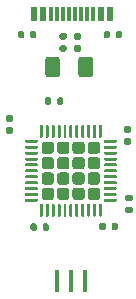
<source format=gtp>
%TF.GenerationSoftware,KiCad,Pcbnew,5.1.9*%
%TF.CreationDate,2021-03-01T07:28:27+02:00*%
%TF.ProjectId,beater-c,62656174-6572-42d6-932e-6b696361645f,rev?*%
%TF.SameCoordinates,Original*%
%TF.FileFunction,Paste,Top*%
%TF.FilePolarity,Positive*%
%FSLAX46Y46*%
G04 Gerber Fmt 4.6, Leading zero omitted, Abs format (unit mm)*
G04 Created by KiCad (PCBNEW 5.1.9) date 2021-03-01 07:28:27*
%MOMM*%
%LPD*%
G01*
G04 APERTURE LIST*
%ADD10R,0.400000X1.900000*%
%ADD11R,0.600000X1.150000*%
%ADD12R,0.300000X1.150000*%
G04 APERTURE END LIST*
%TO.C,F1*%
G36*
G01*
X225159000Y-103851000D02*
X225159000Y-102601000D01*
G75*
G02*
X225409000Y-102351000I250000J0D01*
G01*
X226159000Y-102351000D01*
G75*
G02*
X226409000Y-102601000I0J-250000D01*
G01*
X226409000Y-103851000D01*
G75*
G02*
X226159000Y-104101000I-250000J0D01*
G01*
X225409000Y-104101000D01*
G75*
G02*
X225159000Y-103851000I0J250000D01*
G01*
G37*
G36*
G01*
X222359000Y-103851000D02*
X222359000Y-102601000D01*
G75*
G02*
X222609000Y-102351000I250000J0D01*
G01*
X223359000Y-102351000D01*
G75*
G02*
X223609000Y-102601000I0J-250000D01*
G01*
X223609000Y-103851000D01*
G75*
G02*
X223359000Y-104101000I-250000J0D01*
G01*
X222609000Y-104101000D01*
G75*
G02*
X222359000Y-103851000I0J250000D01*
G01*
G37*
%TD*%
%TO.C,U2*%
G36*
G01*
X222310999Y-113439000D02*
X222861001Y-113439000D01*
G75*
G02*
X223111000Y-113688999I0J-249999D01*
G01*
X223111000Y-114239001D01*
G75*
G02*
X222861001Y-114489000I-249999J0D01*
G01*
X222310999Y-114489000D01*
G75*
G02*
X222061000Y-114239001I0J249999D01*
G01*
X222061000Y-113688999D01*
G75*
G02*
X222310999Y-113439000I249999J0D01*
G01*
G37*
G36*
G01*
X223610999Y-113439000D02*
X224161001Y-113439000D01*
G75*
G02*
X224411000Y-113688999I0J-249999D01*
G01*
X224411000Y-114239001D01*
G75*
G02*
X224161001Y-114489000I-249999J0D01*
G01*
X223610999Y-114489000D01*
G75*
G02*
X223361000Y-114239001I0J249999D01*
G01*
X223361000Y-113688999D01*
G75*
G02*
X223610999Y-113439000I249999J0D01*
G01*
G37*
G36*
G01*
X224910999Y-113439000D02*
X225461001Y-113439000D01*
G75*
G02*
X225711000Y-113688999I0J-249999D01*
G01*
X225711000Y-114239001D01*
G75*
G02*
X225461001Y-114489000I-249999J0D01*
G01*
X224910999Y-114489000D01*
G75*
G02*
X224661000Y-114239001I0J249999D01*
G01*
X224661000Y-113688999D01*
G75*
G02*
X224910999Y-113439000I249999J0D01*
G01*
G37*
G36*
G01*
X226210999Y-113439000D02*
X226761001Y-113439000D01*
G75*
G02*
X227011000Y-113688999I0J-249999D01*
G01*
X227011000Y-114239001D01*
G75*
G02*
X226761001Y-114489000I-249999J0D01*
G01*
X226210999Y-114489000D01*
G75*
G02*
X225961000Y-114239001I0J249999D01*
G01*
X225961000Y-113688999D01*
G75*
G02*
X226210999Y-113439000I249999J0D01*
G01*
G37*
G36*
G01*
X222310999Y-112139000D02*
X222861001Y-112139000D01*
G75*
G02*
X223111000Y-112388999I0J-249999D01*
G01*
X223111000Y-112939001D01*
G75*
G02*
X222861001Y-113189000I-249999J0D01*
G01*
X222310999Y-113189000D01*
G75*
G02*
X222061000Y-112939001I0J249999D01*
G01*
X222061000Y-112388999D01*
G75*
G02*
X222310999Y-112139000I249999J0D01*
G01*
G37*
G36*
G01*
X223610999Y-112139000D02*
X224161001Y-112139000D01*
G75*
G02*
X224411000Y-112388999I0J-249999D01*
G01*
X224411000Y-112939001D01*
G75*
G02*
X224161001Y-113189000I-249999J0D01*
G01*
X223610999Y-113189000D01*
G75*
G02*
X223361000Y-112939001I0J249999D01*
G01*
X223361000Y-112388999D01*
G75*
G02*
X223610999Y-112139000I249999J0D01*
G01*
G37*
G36*
G01*
X224910999Y-112139000D02*
X225461001Y-112139000D01*
G75*
G02*
X225711000Y-112388999I0J-249999D01*
G01*
X225711000Y-112939001D01*
G75*
G02*
X225461001Y-113189000I-249999J0D01*
G01*
X224910999Y-113189000D01*
G75*
G02*
X224661000Y-112939001I0J249999D01*
G01*
X224661000Y-112388999D01*
G75*
G02*
X224910999Y-112139000I249999J0D01*
G01*
G37*
G36*
G01*
X226210999Y-112139000D02*
X226761001Y-112139000D01*
G75*
G02*
X227011000Y-112388999I0J-249999D01*
G01*
X227011000Y-112939001D01*
G75*
G02*
X226761001Y-113189000I-249999J0D01*
G01*
X226210999Y-113189000D01*
G75*
G02*
X225961000Y-112939001I0J249999D01*
G01*
X225961000Y-112388999D01*
G75*
G02*
X226210999Y-112139000I249999J0D01*
G01*
G37*
G36*
G01*
X222310999Y-110839000D02*
X222861001Y-110839000D01*
G75*
G02*
X223111000Y-111088999I0J-249999D01*
G01*
X223111000Y-111639001D01*
G75*
G02*
X222861001Y-111889000I-249999J0D01*
G01*
X222310999Y-111889000D01*
G75*
G02*
X222061000Y-111639001I0J249999D01*
G01*
X222061000Y-111088999D01*
G75*
G02*
X222310999Y-110839000I249999J0D01*
G01*
G37*
G36*
G01*
X223610999Y-110839000D02*
X224161001Y-110839000D01*
G75*
G02*
X224411000Y-111088999I0J-249999D01*
G01*
X224411000Y-111639001D01*
G75*
G02*
X224161001Y-111889000I-249999J0D01*
G01*
X223610999Y-111889000D01*
G75*
G02*
X223361000Y-111639001I0J249999D01*
G01*
X223361000Y-111088999D01*
G75*
G02*
X223610999Y-110839000I249999J0D01*
G01*
G37*
G36*
G01*
X224910999Y-110839000D02*
X225461001Y-110839000D01*
G75*
G02*
X225711000Y-111088999I0J-249999D01*
G01*
X225711000Y-111639001D01*
G75*
G02*
X225461001Y-111889000I-249999J0D01*
G01*
X224910999Y-111889000D01*
G75*
G02*
X224661000Y-111639001I0J249999D01*
G01*
X224661000Y-111088999D01*
G75*
G02*
X224910999Y-110839000I249999J0D01*
G01*
G37*
G36*
G01*
X226210999Y-110839000D02*
X226761001Y-110839000D01*
G75*
G02*
X227011000Y-111088999I0J-249999D01*
G01*
X227011000Y-111639001D01*
G75*
G02*
X226761001Y-111889000I-249999J0D01*
G01*
X226210999Y-111889000D01*
G75*
G02*
X225961000Y-111639001I0J249999D01*
G01*
X225961000Y-111088999D01*
G75*
G02*
X226210999Y-110839000I249999J0D01*
G01*
G37*
G36*
G01*
X222310999Y-109539000D02*
X222861001Y-109539000D01*
G75*
G02*
X223111000Y-109788999I0J-249999D01*
G01*
X223111000Y-110339001D01*
G75*
G02*
X222861001Y-110589000I-249999J0D01*
G01*
X222310999Y-110589000D01*
G75*
G02*
X222061000Y-110339001I0J249999D01*
G01*
X222061000Y-109788999D01*
G75*
G02*
X222310999Y-109539000I249999J0D01*
G01*
G37*
G36*
G01*
X223610999Y-109539000D02*
X224161001Y-109539000D01*
G75*
G02*
X224411000Y-109788999I0J-249999D01*
G01*
X224411000Y-110339001D01*
G75*
G02*
X224161001Y-110589000I-249999J0D01*
G01*
X223610999Y-110589000D01*
G75*
G02*
X223361000Y-110339001I0J249999D01*
G01*
X223361000Y-109788999D01*
G75*
G02*
X223610999Y-109539000I249999J0D01*
G01*
G37*
G36*
G01*
X224910999Y-109539000D02*
X225461001Y-109539000D01*
G75*
G02*
X225711000Y-109788999I0J-249999D01*
G01*
X225711000Y-110339001D01*
G75*
G02*
X225461001Y-110589000I-249999J0D01*
G01*
X224910999Y-110589000D01*
G75*
G02*
X224661000Y-110339001I0J249999D01*
G01*
X224661000Y-109788999D01*
G75*
G02*
X224910999Y-109539000I249999J0D01*
G01*
G37*
G36*
G01*
X226210999Y-109539000D02*
X226761001Y-109539000D01*
G75*
G02*
X227011000Y-109788999I0J-249999D01*
G01*
X227011000Y-110339001D01*
G75*
G02*
X226761001Y-110589000I-249999J0D01*
G01*
X226210999Y-110589000D01*
G75*
G02*
X225961000Y-110339001I0J249999D01*
G01*
X225961000Y-109788999D01*
G75*
G02*
X226210999Y-109539000I249999J0D01*
G01*
G37*
G36*
G01*
X227398500Y-109389000D02*
X228348500Y-109389000D01*
G75*
G02*
X228411000Y-109451500I0J-62500D01*
G01*
X228411000Y-109576500D01*
G75*
G02*
X228348500Y-109639000I-62500J0D01*
G01*
X227398500Y-109639000D01*
G75*
G02*
X227336000Y-109576500I0J62500D01*
G01*
X227336000Y-109451500D01*
G75*
G02*
X227398500Y-109389000I62500J0D01*
G01*
G37*
G36*
G01*
X227398500Y-109889000D02*
X228348500Y-109889000D01*
G75*
G02*
X228411000Y-109951500I0J-62500D01*
G01*
X228411000Y-110076500D01*
G75*
G02*
X228348500Y-110139000I-62500J0D01*
G01*
X227398500Y-110139000D01*
G75*
G02*
X227336000Y-110076500I0J62500D01*
G01*
X227336000Y-109951500D01*
G75*
G02*
X227398500Y-109889000I62500J0D01*
G01*
G37*
G36*
G01*
X227398500Y-110389000D02*
X228348500Y-110389000D01*
G75*
G02*
X228411000Y-110451500I0J-62500D01*
G01*
X228411000Y-110576500D01*
G75*
G02*
X228348500Y-110639000I-62500J0D01*
G01*
X227398500Y-110639000D01*
G75*
G02*
X227336000Y-110576500I0J62500D01*
G01*
X227336000Y-110451500D01*
G75*
G02*
X227398500Y-110389000I62500J0D01*
G01*
G37*
G36*
G01*
X227398500Y-110889000D02*
X228348500Y-110889000D01*
G75*
G02*
X228411000Y-110951500I0J-62500D01*
G01*
X228411000Y-111076500D01*
G75*
G02*
X228348500Y-111139000I-62500J0D01*
G01*
X227398500Y-111139000D01*
G75*
G02*
X227336000Y-111076500I0J62500D01*
G01*
X227336000Y-110951500D01*
G75*
G02*
X227398500Y-110889000I62500J0D01*
G01*
G37*
G36*
G01*
X227398500Y-111389000D02*
X228348500Y-111389000D01*
G75*
G02*
X228411000Y-111451500I0J-62500D01*
G01*
X228411000Y-111576500D01*
G75*
G02*
X228348500Y-111639000I-62500J0D01*
G01*
X227398500Y-111639000D01*
G75*
G02*
X227336000Y-111576500I0J62500D01*
G01*
X227336000Y-111451500D01*
G75*
G02*
X227398500Y-111389000I62500J0D01*
G01*
G37*
G36*
G01*
X227398500Y-111889000D02*
X228348500Y-111889000D01*
G75*
G02*
X228411000Y-111951500I0J-62500D01*
G01*
X228411000Y-112076500D01*
G75*
G02*
X228348500Y-112139000I-62500J0D01*
G01*
X227398500Y-112139000D01*
G75*
G02*
X227336000Y-112076500I0J62500D01*
G01*
X227336000Y-111951500D01*
G75*
G02*
X227398500Y-111889000I62500J0D01*
G01*
G37*
G36*
G01*
X227398500Y-112389000D02*
X228348500Y-112389000D01*
G75*
G02*
X228411000Y-112451500I0J-62500D01*
G01*
X228411000Y-112576500D01*
G75*
G02*
X228348500Y-112639000I-62500J0D01*
G01*
X227398500Y-112639000D01*
G75*
G02*
X227336000Y-112576500I0J62500D01*
G01*
X227336000Y-112451500D01*
G75*
G02*
X227398500Y-112389000I62500J0D01*
G01*
G37*
G36*
G01*
X227398500Y-112889000D02*
X228348500Y-112889000D01*
G75*
G02*
X228411000Y-112951500I0J-62500D01*
G01*
X228411000Y-113076500D01*
G75*
G02*
X228348500Y-113139000I-62500J0D01*
G01*
X227398500Y-113139000D01*
G75*
G02*
X227336000Y-113076500I0J62500D01*
G01*
X227336000Y-112951500D01*
G75*
G02*
X227398500Y-112889000I62500J0D01*
G01*
G37*
G36*
G01*
X227398500Y-113389000D02*
X228348500Y-113389000D01*
G75*
G02*
X228411000Y-113451500I0J-62500D01*
G01*
X228411000Y-113576500D01*
G75*
G02*
X228348500Y-113639000I-62500J0D01*
G01*
X227398500Y-113639000D01*
G75*
G02*
X227336000Y-113576500I0J62500D01*
G01*
X227336000Y-113451500D01*
G75*
G02*
X227398500Y-113389000I62500J0D01*
G01*
G37*
G36*
G01*
X227398500Y-113889000D02*
X228348500Y-113889000D01*
G75*
G02*
X228411000Y-113951500I0J-62500D01*
G01*
X228411000Y-114076500D01*
G75*
G02*
X228348500Y-114139000I-62500J0D01*
G01*
X227398500Y-114139000D01*
G75*
G02*
X227336000Y-114076500I0J62500D01*
G01*
X227336000Y-113951500D01*
G75*
G02*
X227398500Y-113889000I62500J0D01*
G01*
G37*
G36*
G01*
X227398500Y-114389000D02*
X228348500Y-114389000D01*
G75*
G02*
X228411000Y-114451500I0J-62500D01*
G01*
X228411000Y-114576500D01*
G75*
G02*
X228348500Y-114639000I-62500J0D01*
G01*
X227398500Y-114639000D01*
G75*
G02*
X227336000Y-114576500I0J62500D01*
G01*
X227336000Y-114451500D01*
G75*
G02*
X227398500Y-114389000I62500J0D01*
G01*
G37*
G36*
G01*
X226973500Y-114814000D02*
X227098500Y-114814000D01*
G75*
G02*
X227161000Y-114876500I0J-62500D01*
G01*
X227161000Y-115826500D01*
G75*
G02*
X227098500Y-115889000I-62500J0D01*
G01*
X226973500Y-115889000D01*
G75*
G02*
X226911000Y-115826500I0J62500D01*
G01*
X226911000Y-114876500D01*
G75*
G02*
X226973500Y-114814000I62500J0D01*
G01*
G37*
G36*
G01*
X226473500Y-114814000D02*
X226598500Y-114814000D01*
G75*
G02*
X226661000Y-114876500I0J-62500D01*
G01*
X226661000Y-115826500D01*
G75*
G02*
X226598500Y-115889000I-62500J0D01*
G01*
X226473500Y-115889000D01*
G75*
G02*
X226411000Y-115826500I0J62500D01*
G01*
X226411000Y-114876500D01*
G75*
G02*
X226473500Y-114814000I62500J0D01*
G01*
G37*
G36*
G01*
X225973500Y-114814000D02*
X226098500Y-114814000D01*
G75*
G02*
X226161000Y-114876500I0J-62500D01*
G01*
X226161000Y-115826500D01*
G75*
G02*
X226098500Y-115889000I-62500J0D01*
G01*
X225973500Y-115889000D01*
G75*
G02*
X225911000Y-115826500I0J62500D01*
G01*
X225911000Y-114876500D01*
G75*
G02*
X225973500Y-114814000I62500J0D01*
G01*
G37*
G36*
G01*
X225473500Y-114814000D02*
X225598500Y-114814000D01*
G75*
G02*
X225661000Y-114876500I0J-62500D01*
G01*
X225661000Y-115826500D01*
G75*
G02*
X225598500Y-115889000I-62500J0D01*
G01*
X225473500Y-115889000D01*
G75*
G02*
X225411000Y-115826500I0J62500D01*
G01*
X225411000Y-114876500D01*
G75*
G02*
X225473500Y-114814000I62500J0D01*
G01*
G37*
G36*
G01*
X224973500Y-114814000D02*
X225098500Y-114814000D01*
G75*
G02*
X225161000Y-114876500I0J-62500D01*
G01*
X225161000Y-115826500D01*
G75*
G02*
X225098500Y-115889000I-62500J0D01*
G01*
X224973500Y-115889000D01*
G75*
G02*
X224911000Y-115826500I0J62500D01*
G01*
X224911000Y-114876500D01*
G75*
G02*
X224973500Y-114814000I62500J0D01*
G01*
G37*
G36*
G01*
X224473500Y-114814000D02*
X224598500Y-114814000D01*
G75*
G02*
X224661000Y-114876500I0J-62500D01*
G01*
X224661000Y-115826500D01*
G75*
G02*
X224598500Y-115889000I-62500J0D01*
G01*
X224473500Y-115889000D01*
G75*
G02*
X224411000Y-115826500I0J62500D01*
G01*
X224411000Y-114876500D01*
G75*
G02*
X224473500Y-114814000I62500J0D01*
G01*
G37*
G36*
G01*
X223973500Y-114814000D02*
X224098500Y-114814000D01*
G75*
G02*
X224161000Y-114876500I0J-62500D01*
G01*
X224161000Y-115826500D01*
G75*
G02*
X224098500Y-115889000I-62500J0D01*
G01*
X223973500Y-115889000D01*
G75*
G02*
X223911000Y-115826500I0J62500D01*
G01*
X223911000Y-114876500D01*
G75*
G02*
X223973500Y-114814000I62500J0D01*
G01*
G37*
G36*
G01*
X223473500Y-114814000D02*
X223598500Y-114814000D01*
G75*
G02*
X223661000Y-114876500I0J-62500D01*
G01*
X223661000Y-115826500D01*
G75*
G02*
X223598500Y-115889000I-62500J0D01*
G01*
X223473500Y-115889000D01*
G75*
G02*
X223411000Y-115826500I0J62500D01*
G01*
X223411000Y-114876500D01*
G75*
G02*
X223473500Y-114814000I62500J0D01*
G01*
G37*
G36*
G01*
X222973500Y-114814000D02*
X223098500Y-114814000D01*
G75*
G02*
X223161000Y-114876500I0J-62500D01*
G01*
X223161000Y-115826500D01*
G75*
G02*
X223098500Y-115889000I-62500J0D01*
G01*
X222973500Y-115889000D01*
G75*
G02*
X222911000Y-115826500I0J62500D01*
G01*
X222911000Y-114876500D01*
G75*
G02*
X222973500Y-114814000I62500J0D01*
G01*
G37*
G36*
G01*
X222473500Y-114814000D02*
X222598500Y-114814000D01*
G75*
G02*
X222661000Y-114876500I0J-62500D01*
G01*
X222661000Y-115826500D01*
G75*
G02*
X222598500Y-115889000I-62500J0D01*
G01*
X222473500Y-115889000D01*
G75*
G02*
X222411000Y-115826500I0J62500D01*
G01*
X222411000Y-114876500D01*
G75*
G02*
X222473500Y-114814000I62500J0D01*
G01*
G37*
G36*
G01*
X221973500Y-114814000D02*
X222098500Y-114814000D01*
G75*
G02*
X222161000Y-114876500I0J-62500D01*
G01*
X222161000Y-115826500D01*
G75*
G02*
X222098500Y-115889000I-62500J0D01*
G01*
X221973500Y-115889000D01*
G75*
G02*
X221911000Y-115826500I0J62500D01*
G01*
X221911000Y-114876500D01*
G75*
G02*
X221973500Y-114814000I62500J0D01*
G01*
G37*
G36*
G01*
X220723500Y-114389000D02*
X221673500Y-114389000D01*
G75*
G02*
X221736000Y-114451500I0J-62500D01*
G01*
X221736000Y-114576500D01*
G75*
G02*
X221673500Y-114639000I-62500J0D01*
G01*
X220723500Y-114639000D01*
G75*
G02*
X220661000Y-114576500I0J62500D01*
G01*
X220661000Y-114451500D01*
G75*
G02*
X220723500Y-114389000I62500J0D01*
G01*
G37*
G36*
G01*
X220723500Y-113889000D02*
X221673500Y-113889000D01*
G75*
G02*
X221736000Y-113951500I0J-62500D01*
G01*
X221736000Y-114076500D01*
G75*
G02*
X221673500Y-114139000I-62500J0D01*
G01*
X220723500Y-114139000D01*
G75*
G02*
X220661000Y-114076500I0J62500D01*
G01*
X220661000Y-113951500D01*
G75*
G02*
X220723500Y-113889000I62500J0D01*
G01*
G37*
G36*
G01*
X220723500Y-113389000D02*
X221673500Y-113389000D01*
G75*
G02*
X221736000Y-113451500I0J-62500D01*
G01*
X221736000Y-113576500D01*
G75*
G02*
X221673500Y-113639000I-62500J0D01*
G01*
X220723500Y-113639000D01*
G75*
G02*
X220661000Y-113576500I0J62500D01*
G01*
X220661000Y-113451500D01*
G75*
G02*
X220723500Y-113389000I62500J0D01*
G01*
G37*
G36*
G01*
X220723500Y-112889000D02*
X221673500Y-112889000D01*
G75*
G02*
X221736000Y-112951500I0J-62500D01*
G01*
X221736000Y-113076500D01*
G75*
G02*
X221673500Y-113139000I-62500J0D01*
G01*
X220723500Y-113139000D01*
G75*
G02*
X220661000Y-113076500I0J62500D01*
G01*
X220661000Y-112951500D01*
G75*
G02*
X220723500Y-112889000I62500J0D01*
G01*
G37*
G36*
G01*
X220723500Y-112389000D02*
X221673500Y-112389000D01*
G75*
G02*
X221736000Y-112451500I0J-62500D01*
G01*
X221736000Y-112576500D01*
G75*
G02*
X221673500Y-112639000I-62500J0D01*
G01*
X220723500Y-112639000D01*
G75*
G02*
X220661000Y-112576500I0J62500D01*
G01*
X220661000Y-112451500D01*
G75*
G02*
X220723500Y-112389000I62500J0D01*
G01*
G37*
G36*
G01*
X220723500Y-111889000D02*
X221673500Y-111889000D01*
G75*
G02*
X221736000Y-111951500I0J-62500D01*
G01*
X221736000Y-112076500D01*
G75*
G02*
X221673500Y-112139000I-62500J0D01*
G01*
X220723500Y-112139000D01*
G75*
G02*
X220661000Y-112076500I0J62500D01*
G01*
X220661000Y-111951500D01*
G75*
G02*
X220723500Y-111889000I62500J0D01*
G01*
G37*
G36*
G01*
X220723500Y-111389000D02*
X221673500Y-111389000D01*
G75*
G02*
X221736000Y-111451500I0J-62500D01*
G01*
X221736000Y-111576500D01*
G75*
G02*
X221673500Y-111639000I-62500J0D01*
G01*
X220723500Y-111639000D01*
G75*
G02*
X220661000Y-111576500I0J62500D01*
G01*
X220661000Y-111451500D01*
G75*
G02*
X220723500Y-111389000I62500J0D01*
G01*
G37*
G36*
G01*
X220723500Y-110889000D02*
X221673500Y-110889000D01*
G75*
G02*
X221736000Y-110951500I0J-62500D01*
G01*
X221736000Y-111076500D01*
G75*
G02*
X221673500Y-111139000I-62500J0D01*
G01*
X220723500Y-111139000D01*
G75*
G02*
X220661000Y-111076500I0J62500D01*
G01*
X220661000Y-110951500D01*
G75*
G02*
X220723500Y-110889000I62500J0D01*
G01*
G37*
G36*
G01*
X220723500Y-110389000D02*
X221673500Y-110389000D01*
G75*
G02*
X221736000Y-110451500I0J-62500D01*
G01*
X221736000Y-110576500D01*
G75*
G02*
X221673500Y-110639000I-62500J0D01*
G01*
X220723500Y-110639000D01*
G75*
G02*
X220661000Y-110576500I0J62500D01*
G01*
X220661000Y-110451500D01*
G75*
G02*
X220723500Y-110389000I62500J0D01*
G01*
G37*
G36*
G01*
X220723500Y-109889000D02*
X221673500Y-109889000D01*
G75*
G02*
X221736000Y-109951500I0J-62500D01*
G01*
X221736000Y-110076500D01*
G75*
G02*
X221673500Y-110139000I-62500J0D01*
G01*
X220723500Y-110139000D01*
G75*
G02*
X220661000Y-110076500I0J62500D01*
G01*
X220661000Y-109951500D01*
G75*
G02*
X220723500Y-109889000I62500J0D01*
G01*
G37*
G36*
G01*
X220723500Y-109389000D02*
X221673500Y-109389000D01*
G75*
G02*
X221736000Y-109451500I0J-62500D01*
G01*
X221736000Y-109576500D01*
G75*
G02*
X221673500Y-109639000I-62500J0D01*
G01*
X220723500Y-109639000D01*
G75*
G02*
X220661000Y-109576500I0J62500D01*
G01*
X220661000Y-109451500D01*
G75*
G02*
X220723500Y-109389000I62500J0D01*
G01*
G37*
G36*
G01*
X221973500Y-108139000D02*
X222098500Y-108139000D01*
G75*
G02*
X222161000Y-108201500I0J-62500D01*
G01*
X222161000Y-109151500D01*
G75*
G02*
X222098500Y-109214000I-62500J0D01*
G01*
X221973500Y-109214000D01*
G75*
G02*
X221911000Y-109151500I0J62500D01*
G01*
X221911000Y-108201500D01*
G75*
G02*
X221973500Y-108139000I62500J0D01*
G01*
G37*
G36*
G01*
X222473500Y-108139000D02*
X222598500Y-108139000D01*
G75*
G02*
X222661000Y-108201500I0J-62500D01*
G01*
X222661000Y-109151500D01*
G75*
G02*
X222598500Y-109214000I-62500J0D01*
G01*
X222473500Y-109214000D01*
G75*
G02*
X222411000Y-109151500I0J62500D01*
G01*
X222411000Y-108201500D01*
G75*
G02*
X222473500Y-108139000I62500J0D01*
G01*
G37*
G36*
G01*
X222973500Y-108139000D02*
X223098500Y-108139000D01*
G75*
G02*
X223161000Y-108201500I0J-62500D01*
G01*
X223161000Y-109151500D01*
G75*
G02*
X223098500Y-109214000I-62500J0D01*
G01*
X222973500Y-109214000D01*
G75*
G02*
X222911000Y-109151500I0J62500D01*
G01*
X222911000Y-108201500D01*
G75*
G02*
X222973500Y-108139000I62500J0D01*
G01*
G37*
G36*
G01*
X223473500Y-108139000D02*
X223598500Y-108139000D01*
G75*
G02*
X223661000Y-108201500I0J-62500D01*
G01*
X223661000Y-109151500D01*
G75*
G02*
X223598500Y-109214000I-62500J0D01*
G01*
X223473500Y-109214000D01*
G75*
G02*
X223411000Y-109151500I0J62500D01*
G01*
X223411000Y-108201500D01*
G75*
G02*
X223473500Y-108139000I62500J0D01*
G01*
G37*
G36*
G01*
X223973500Y-108139000D02*
X224098500Y-108139000D01*
G75*
G02*
X224161000Y-108201500I0J-62500D01*
G01*
X224161000Y-109151500D01*
G75*
G02*
X224098500Y-109214000I-62500J0D01*
G01*
X223973500Y-109214000D01*
G75*
G02*
X223911000Y-109151500I0J62500D01*
G01*
X223911000Y-108201500D01*
G75*
G02*
X223973500Y-108139000I62500J0D01*
G01*
G37*
G36*
G01*
X224473500Y-108139000D02*
X224598500Y-108139000D01*
G75*
G02*
X224661000Y-108201500I0J-62500D01*
G01*
X224661000Y-109151500D01*
G75*
G02*
X224598500Y-109214000I-62500J0D01*
G01*
X224473500Y-109214000D01*
G75*
G02*
X224411000Y-109151500I0J62500D01*
G01*
X224411000Y-108201500D01*
G75*
G02*
X224473500Y-108139000I62500J0D01*
G01*
G37*
G36*
G01*
X224973500Y-108139000D02*
X225098500Y-108139000D01*
G75*
G02*
X225161000Y-108201500I0J-62500D01*
G01*
X225161000Y-109151500D01*
G75*
G02*
X225098500Y-109214000I-62500J0D01*
G01*
X224973500Y-109214000D01*
G75*
G02*
X224911000Y-109151500I0J62500D01*
G01*
X224911000Y-108201500D01*
G75*
G02*
X224973500Y-108139000I62500J0D01*
G01*
G37*
G36*
G01*
X225473500Y-108139000D02*
X225598500Y-108139000D01*
G75*
G02*
X225661000Y-108201500I0J-62500D01*
G01*
X225661000Y-109151500D01*
G75*
G02*
X225598500Y-109214000I-62500J0D01*
G01*
X225473500Y-109214000D01*
G75*
G02*
X225411000Y-109151500I0J62500D01*
G01*
X225411000Y-108201500D01*
G75*
G02*
X225473500Y-108139000I62500J0D01*
G01*
G37*
G36*
G01*
X225973500Y-108139000D02*
X226098500Y-108139000D01*
G75*
G02*
X226161000Y-108201500I0J-62500D01*
G01*
X226161000Y-109151500D01*
G75*
G02*
X226098500Y-109214000I-62500J0D01*
G01*
X225973500Y-109214000D01*
G75*
G02*
X225911000Y-109151500I0J62500D01*
G01*
X225911000Y-108201500D01*
G75*
G02*
X225973500Y-108139000I62500J0D01*
G01*
G37*
G36*
G01*
X226473500Y-108139000D02*
X226598500Y-108139000D01*
G75*
G02*
X226661000Y-108201500I0J-62500D01*
G01*
X226661000Y-109151500D01*
G75*
G02*
X226598500Y-109214000I-62500J0D01*
G01*
X226473500Y-109214000D01*
G75*
G02*
X226411000Y-109151500I0J62500D01*
G01*
X226411000Y-108201500D01*
G75*
G02*
X226473500Y-108139000I62500J0D01*
G01*
G37*
G36*
G01*
X226973500Y-108139000D02*
X227098500Y-108139000D01*
G75*
G02*
X227161000Y-108201500I0J-62500D01*
G01*
X227161000Y-109151500D01*
G75*
G02*
X227098500Y-109214000I-62500J0D01*
G01*
X226973500Y-109214000D01*
G75*
G02*
X226911000Y-109151500I0J62500D01*
G01*
X226911000Y-108201500D01*
G75*
G02*
X226973500Y-108139000I62500J0D01*
G01*
G37*
%TD*%
%TO.C,C2*%
G36*
G01*
X229126000Y-109257000D02*
X229496000Y-109257000D01*
G75*
G02*
X229631000Y-109392000I0J-135000D01*
G01*
X229631000Y-109662000D01*
G75*
G02*
X229496000Y-109797000I-135000J0D01*
G01*
X229126000Y-109797000D01*
G75*
G02*
X228991000Y-109662000I0J135000D01*
G01*
X228991000Y-109392000D01*
G75*
G02*
X229126000Y-109257000I135000J0D01*
G01*
G37*
G36*
G01*
X229126000Y-108237000D02*
X229496000Y-108237000D01*
G75*
G02*
X229631000Y-108372000I0J-135000D01*
G01*
X229631000Y-108642000D01*
G75*
G02*
X229496000Y-108777000I-135000J0D01*
G01*
X229126000Y-108777000D01*
G75*
G02*
X228991000Y-108642000I0J135000D01*
G01*
X228991000Y-108372000D01*
G75*
G02*
X229126000Y-108237000I135000J0D01*
G01*
G37*
%TD*%
%TO.C,C3*%
G36*
G01*
X229649000Y-114568000D02*
X229279000Y-114568000D01*
G75*
G02*
X229144000Y-114433000I0J135000D01*
G01*
X229144000Y-114163000D01*
G75*
G02*
X229279000Y-114028000I135000J0D01*
G01*
X229649000Y-114028000D01*
G75*
G02*
X229784000Y-114163000I0J-135000D01*
G01*
X229784000Y-114433000D01*
G75*
G02*
X229649000Y-114568000I-135000J0D01*
G01*
G37*
G36*
G01*
X229649000Y-115588000D02*
X229279000Y-115588000D01*
G75*
G02*
X229144000Y-115453000I0J135000D01*
G01*
X229144000Y-115183000D01*
G75*
G02*
X229279000Y-115048000I135000J0D01*
G01*
X229649000Y-115048000D01*
G75*
G02*
X229784000Y-115183000I0J-135000D01*
G01*
X229784000Y-115453000D01*
G75*
G02*
X229649000Y-115588000I-135000J0D01*
G01*
G37*
%TD*%
%TO.C,R5*%
G36*
G01*
X227496000Y-116553000D02*
X227496000Y-116923000D01*
G75*
G02*
X227361000Y-117058000I-135000J0D01*
G01*
X227091000Y-117058000D01*
G75*
G02*
X226956000Y-116923000I0J135000D01*
G01*
X226956000Y-116553000D01*
G75*
G02*
X227091000Y-116418000I135000J0D01*
G01*
X227361000Y-116418000D01*
G75*
G02*
X227496000Y-116553000I0J-135000D01*
G01*
G37*
G36*
G01*
X228516000Y-116553000D02*
X228516000Y-116923000D01*
G75*
G02*
X228381000Y-117058000I-135000J0D01*
G01*
X228111000Y-117058000D01*
G75*
G02*
X227976000Y-116923000I0J135000D01*
G01*
X227976000Y-116553000D01*
G75*
G02*
X228111000Y-116418000I135000J0D01*
G01*
X228381000Y-116418000D01*
G75*
G02*
X228516000Y-116553000I0J-135000D01*
G01*
G37*
%TD*%
D10*
%TO.C,Y1*%
X223336000Y-121310000D03*
X224536000Y-121310000D03*
X225736000Y-121310000D03*
%TD*%
%TO.C,C4*%
G36*
G01*
X221654400Y-116604000D02*
X221654400Y-116974000D01*
G75*
G02*
X221519400Y-117109000I-135000J0D01*
G01*
X221249400Y-117109000D01*
G75*
G02*
X221114400Y-116974000I0J135000D01*
G01*
X221114400Y-116604000D01*
G75*
G02*
X221249400Y-116469000I135000J0D01*
G01*
X221519400Y-116469000D01*
G75*
G02*
X221654400Y-116604000I0J-135000D01*
G01*
G37*
G36*
G01*
X222674400Y-116604000D02*
X222674400Y-116974000D01*
G75*
G02*
X222539400Y-117109000I-135000J0D01*
G01*
X222269400Y-117109000D01*
G75*
G02*
X222134400Y-116974000I0J135000D01*
G01*
X222134400Y-116604000D01*
G75*
G02*
X222269400Y-116469000I135000J0D01*
G01*
X222539400Y-116469000D01*
G75*
G02*
X222674400Y-116604000I0J-135000D01*
G01*
G37*
%TD*%
%TO.C,C1*%
G36*
G01*
X219144000Y-108317000D02*
X219514000Y-108317000D01*
G75*
G02*
X219649000Y-108452000I0J-135000D01*
G01*
X219649000Y-108722000D01*
G75*
G02*
X219514000Y-108857000I-135000J0D01*
G01*
X219144000Y-108857000D01*
G75*
G02*
X219009000Y-108722000I0J135000D01*
G01*
X219009000Y-108452000D01*
G75*
G02*
X219144000Y-108317000I135000J0D01*
G01*
G37*
G36*
G01*
X219144000Y-107297000D02*
X219514000Y-107297000D01*
G75*
G02*
X219649000Y-107432000I0J-135000D01*
G01*
X219649000Y-107702000D01*
G75*
G02*
X219514000Y-107837000I-135000J0D01*
G01*
X219144000Y-107837000D01*
G75*
G02*
X219009000Y-107702000I0J135000D01*
G01*
X219009000Y-107432000D01*
G75*
G02*
X219144000Y-107297000I135000J0D01*
G01*
G37*
%TD*%
%TO.C,C5*%
G36*
G01*
X223354000Y-106306000D02*
X223354000Y-105936000D01*
G75*
G02*
X223489000Y-105801000I135000J0D01*
G01*
X223759000Y-105801000D01*
G75*
G02*
X223894000Y-105936000I0J-135000D01*
G01*
X223894000Y-106306000D01*
G75*
G02*
X223759000Y-106441000I-135000J0D01*
G01*
X223489000Y-106441000D01*
G75*
G02*
X223354000Y-106306000I0J135000D01*
G01*
G37*
G36*
G01*
X222334000Y-106306000D02*
X222334000Y-105936000D01*
G75*
G02*
X222469000Y-105801000I135000J0D01*
G01*
X222739000Y-105801000D01*
G75*
G02*
X222874000Y-105936000I0J-135000D01*
G01*
X222874000Y-106306000D01*
G75*
G02*
X222739000Y-106441000I-135000J0D01*
G01*
X222469000Y-106441000D01*
G75*
G02*
X222334000Y-106306000I0J135000D01*
G01*
G37*
%TD*%
%TO.C,R1*%
G36*
G01*
X227850000Y-100297000D02*
X227850000Y-100667000D01*
G75*
G02*
X227715000Y-100802000I-135000J0D01*
G01*
X227445000Y-100802000D01*
G75*
G02*
X227310000Y-100667000I0J135000D01*
G01*
X227310000Y-100297000D01*
G75*
G02*
X227445000Y-100162000I135000J0D01*
G01*
X227715000Y-100162000D01*
G75*
G02*
X227850000Y-100297000I0J-135000D01*
G01*
G37*
G36*
G01*
X228870000Y-100297000D02*
X228870000Y-100667000D01*
G75*
G02*
X228735000Y-100802000I-135000J0D01*
G01*
X228465000Y-100802000D01*
G75*
G02*
X228330000Y-100667000I0J135000D01*
G01*
X228330000Y-100297000D01*
G75*
G02*
X228465000Y-100162000I135000J0D01*
G01*
X228735000Y-100162000D01*
G75*
G02*
X228870000Y-100297000I0J-135000D01*
G01*
G37*
%TD*%
D11*
%TO.C,USB1*%
X221413000Y-98725800D03*
X222188000Y-98725800D03*
X227863000Y-98725800D03*
X227088000Y-98725800D03*
D12*
X223388000Y-98725800D03*
X222888000Y-98725800D03*
X226388000Y-98725800D03*
X225888000Y-98725800D03*
X223888000Y-98725800D03*
X225388000Y-98725800D03*
X224388000Y-98725800D03*
X224888000Y-98725800D03*
%TD*%
%TO.C,R4*%
G36*
G01*
X225280000Y-100903000D02*
X224910000Y-100903000D01*
G75*
G02*
X224775000Y-100768000I0J135000D01*
G01*
X224775000Y-100498000D01*
G75*
G02*
X224910000Y-100363000I135000J0D01*
G01*
X225280000Y-100363000D01*
G75*
G02*
X225415000Y-100498000I0J-135000D01*
G01*
X225415000Y-100768000D01*
G75*
G02*
X225280000Y-100903000I-135000J0D01*
G01*
G37*
G36*
G01*
X225280000Y-101923000D02*
X224910000Y-101923000D01*
G75*
G02*
X224775000Y-101788000I0J135000D01*
G01*
X224775000Y-101518000D01*
G75*
G02*
X224910000Y-101383000I135000J0D01*
G01*
X225280000Y-101383000D01*
G75*
G02*
X225415000Y-101518000I0J-135000D01*
G01*
X225415000Y-101788000D01*
G75*
G02*
X225280000Y-101923000I-135000J0D01*
G01*
G37*
%TD*%
%TO.C,R3*%
G36*
G01*
X224061000Y-100903000D02*
X223691000Y-100903000D01*
G75*
G02*
X223556000Y-100768000I0J135000D01*
G01*
X223556000Y-100498000D01*
G75*
G02*
X223691000Y-100363000I135000J0D01*
G01*
X224061000Y-100363000D01*
G75*
G02*
X224196000Y-100498000I0J-135000D01*
G01*
X224196000Y-100768000D01*
G75*
G02*
X224061000Y-100903000I-135000J0D01*
G01*
G37*
G36*
G01*
X224061000Y-101923000D02*
X223691000Y-101923000D01*
G75*
G02*
X223556000Y-101788000I0J135000D01*
G01*
X223556000Y-101518000D01*
G75*
G02*
X223691000Y-101383000I135000J0D01*
G01*
X224061000Y-101383000D01*
G75*
G02*
X224196000Y-101518000I0J-135000D01*
G01*
X224196000Y-101788000D01*
G75*
G02*
X224061000Y-101923000I-135000J0D01*
G01*
G37*
%TD*%
%TO.C,R2*%
G36*
G01*
X221066000Y-100667000D02*
X221066000Y-100297000D01*
G75*
G02*
X221201000Y-100162000I135000J0D01*
G01*
X221471000Y-100162000D01*
G75*
G02*
X221606000Y-100297000I0J-135000D01*
G01*
X221606000Y-100667000D01*
G75*
G02*
X221471000Y-100802000I-135000J0D01*
G01*
X221201000Y-100802000D01*
G75*
G02*
X221066000Y-100667000I0J135000D01*
G01*
G37*
G36*
G01*
X220046000Y-100667000D02*
X220046000Y-100297000D01*
G75*
G02*
X220181000Y-100162000I135000J0D01*
G01*
X220451000Y-100162000D01*
G75*
G02*
X220586000Y-100297000I0J-135000D01*
G01*
X220586000Y-100667000D01*
G75*
G02*
X220451000Y-100802000I-135000J0D01*
G01*
X220181000Y-100802000D01*
G75*
G02*
X220046000Y-100667000I0J135000D01*
G01*
G37*
%TD*%
M02*

</source>
